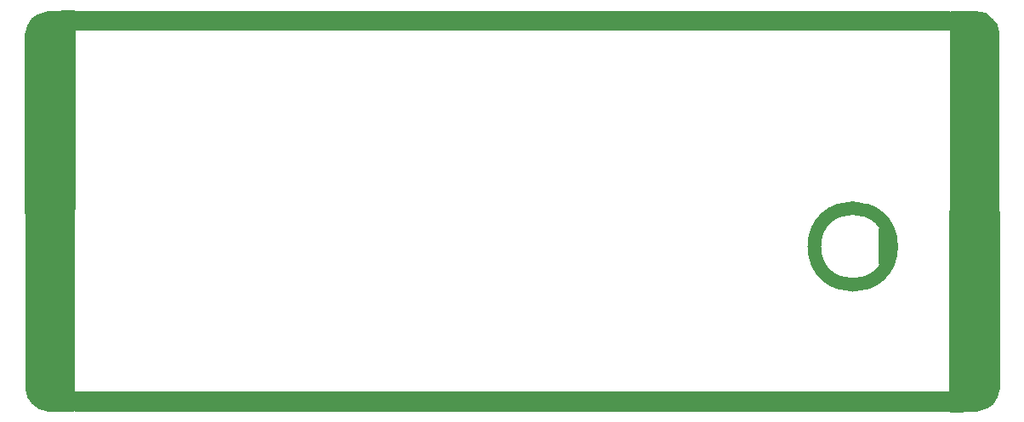
<source format=gts>
G04 #@! TF.FileFunction,Soldermask,Top*
%FSLAX46Y46*%
G04 Gerber Fmt 4.6, Leading zero omitted, Abs format (unit mm)*
G04 Created by KiCad (PCBNEW no-bzr-kicad_new3d-viewer) date 07/10/16 17:39:31*
%MOMM*%
%LPD*%
G01*
G04 APERTURE LIST*
%ADD10C,0.150000*%
%ADD11C,0.700000*%
%ADD12C,1.350000*%
%ADD13C,0.254000*%
G04 APERTURE END LIST*
D10*
D11*
X166770000Y-80700000D02*
X166770000Y-83900000D01*
D12*
X167680000Y-82300000D02*
G75*
G03X167680000Y-82300000I-3830000J0D01*
G01*
D13*
G36*
X173429034Y-60617890D02*
X86383034Y-60617890D01*
X86383034Y-58871890D01*
X173429034Y-58871890D01*
X173429034Y-60617890D01*
X173429034Y-60617890D01*
G37*
X173429034Y-60617890D02*
X86383034Y-60617890D01*
X86383034Y-58871890D01*
X173429034Y-58871890D01*
X173429034Y-60617890D01*
G36*
X173429034Y-98617890D02*
X86383034Y-98617890D01*
X86383034Y-96871890D01*
X173429034Y-96871890D01*
X173429034Y-98617890D01*
X173429034Y-98617890D01*
G37*
X173429034Y-98617890D02*
X86383034Y-98617890D01*
X86383034Y-96871890D01*
X173429034Y-96871890D01*
X173429034Y-98617890D01*
G36*
X176998875Y-59116121D02*
X177665057Y-59639550D01*
X178090325Y-60206573D01*
X178296797Y-60976984D01*
X178346753Y-96296499D01*
X178138172Y-97247363D01*
X177663545Y-97911841D01*
X177194998Y-98286679D01*
X176184933Y-98623367D01*
X173533969Y-98670706D01*
X173633329Y-58877000D01*
X176090216Y-58877000D01*
X176998875Y-59116121D01*
X176998875Y-59116121D01*
G37*
X176998875Y-59116121D02*
X177665057Y-59639550D01*
X178090325Y-60206573D01*
X178296797Y-60976984D01*
X178346753Y-96296499D01*
X178138172Y-97247363D01*
X177663545Y-97911841D01*
X177194998Y-98286679D01*
X176184933Y-98623367D01*
X173533969Y-98670706D01*
X173633329Y-58877000D01*
X176090216Y-58877000D01*
X176998875Y-59116121D01*
G36*
X86223316Y-98623000D02*
X83766429Y-98623000D01*
X82857770Y-98383879D01*
X82191588Y-97860450D01*
X81766320Y-97293427D01*
X81559848Y-96523016D01*
X81509892Y-61203501D01*
X81718473Y-60252637D01*
X82193100Y-59588159D01*
X82661647Y-59213321D01*
X83671712Y-58876633D01*
X86322676Y-58829294D01*
X86223316Y-98623000D01*
X86223316Y-98623000D01*
G37*
X86223316Y-98623000D02*
X83766429Y-98623000D01*
X82857770Y-98383879D01*
X82191588Y-97860450D01*
X81766320Y-97293427D01*
X81559848Y-96523016D01*
X81509892Y-61203501D01*
X81718473Y-60252637D01*
X82193100Y-59588159D01*
X82661647Y-59213321D01*
X83671712Y-58876633D01*
X86322676Y-58829294D01*
X86223316Y-98623000D01*
M02*

</source>
